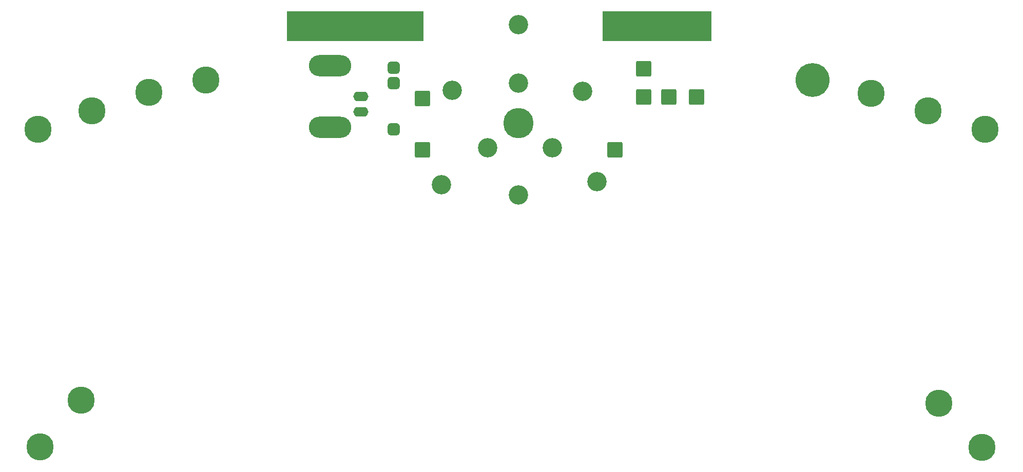
<source format=gbr>
%TF.GenerationSoftware,KiCad,Pcbnew,6.0.2+dfsg-1*%
%TF.CreationDate,2023-02-03T00:30:43+01:00*%
%TF.ProjectId,xOTA,784f5441-2e6b-4696-9361-645f70636258,rev?*%
%TF.SameCoordinates,Original*%
%TF.FileFunction,Soldermask,Bot*%
%TF.FilePolarity,Negative*%
%FSLAX46Y46*%
G04 Gerber Fmt 4.6, Leading zero omitted, Abs format (unit mm)*
G04 Created by KiCad (PCBNEW 6.0.2+dfsg-1) date 2023-02-03 00:30:43*
%MOMM*%
%LPD*%
G01*
G04 APERTURE LIST*
G04 Aperture macros list*
%AMRoundRect*
0 Rectangle with rounded corners*
0 $1 Rounding radius*
0 $2 $3 $4 $5 $6 $7 $8 $9 X,Y pos of 4 corners*
0 Add a 4 corners polygon primitive as box body*
4,1,4,$2,$3,$4,$5,$6,$7,$8,$9,$2,$3,0*
0 Add four circle primitives for the rounded corners*
1,1,$1+$1,$2,$3*
1,1,$1+$1,$4,$5*
1,1,$1+$1,$6,$7*
1,1,$1+$1,$8,$9*
0 Add four rect primitives between the rounded corners*
20,1,$1+$1,$2,$3,$4,$5,0*
20,1,$1+$1,$4,$5,$6,$7,0*
20,1,$1+$1,$6,$7,$8,$9,0*
20,1,$1+$1,$8,$9,$2,$3,0*%
G04 Aperture macros list end*
%ADD10RoundRect,0.249999X-1.025001X-1.025001X1.025001X-1.025001X1.025001X1.025001X-1.025001X1.025001X0*%
%ADD11R,18.000000X5.000000*%
%ADD12C,3.200000*%
%ADD13C,5.000000*%
%ADD14C,3.600000*%
%ADD15C,5.600000*%
%ADD16C,4.500000*%
%ADD17O,2.500000X1.600000*%
%ADD18O,7.000000X3.500000*%
%ADD19RoundRect,0.500000X-0.500000X0.500000X-0.500000X-0.500000X0.500000X-0.500000X0.500000X0.500000X0*%
%ADD20R,22.500000X5.000000*%
G04 APERTURE END LIST*
D10*
%TO.C,*%
X140505400Y-89077800D03*
%TD*%
%TO.C,*%
X140512800Y-84429600D03*
%TD*%
%TO.C,*%
X144703800Y-89103200D03*
%TD*%
D11*
%TO.C,*%
X142748000Y-77470000D03*
%TD*%
D12*
%TO.C,*%
X119900000Y-105300000D03*
%TD*%
%TO.C,*%
X119888000Y-86868000D03*
%TD*%
%TO.C,*%
X114808000Y-97536000D03*
%TD*%
D13*
%TO.C,*%
X119888000Y-93472000D03*
%TD*%
D14*
%TO.C,REF\u002A\u002A*%
X168402000Y-86360000D03*
D15*
X168402000Y-86360000D03*
%TD*%
D16*
%TO.C,H5*%
X40640000Y-94488000D03*
%TD*%
D10*
%TO.C,*%
X135781000Y-97794000D03*
%TD*%
D17*
%TO.C,REF\u002A\u002A*%
X93924800Y-89046000D03*
X93924800Y-91586000D03*
D18*
X88844800Y-94126000D03*
X88844800Y-83966000D03*
%TD*%
D16*
%TO.C,H5*%
X40950000Y-146850000D03*
%TD*%
%TO.C,H5*%
X68326000Y-86360000D03*
%TD*%
D10*
%TO.C,*%
X149301200Y-89103200D03*
%TD*%
D16*
%TO.C,H5*%
X189230000Y-139700000D03*
%TD*%
D12*
%TO.C,*%
X107188000Y-103632000D03*
%TD*%
D16*
%TO.C,H5*%
X49530000Y-91440000D03*
%TD*%
%TO.C,H5*%
X58928000Y-88392000D03*
%TD*%
%TO.C,H5*%
X187470000Y-91360000D03*
%TD*%
D12*
%TO.C,*%
X132842000Y-103124000D03*
%TD*%
D16*
%TO.C,H5*%
X47752000Y-139192000D03*
%TD*%
D12*
%TO.C,*%
X119888000Y-77216000D03*
%TD*%
%TO.C,*%
X108950000Y-88050000D03*
%TD*%
D16*
%TO.C,H5*%
X178030000Y-88540000D03*
%TD*%
%TO.C,H5*%
X196820000Y-94490000D03*
%TD*%
D19*
%TO.C,100pF*%
X99314000Y-86868000D03*
X99314000Y-84328000D03*
X99314000Y-94488000D03*
%TD*%
D10*
%TO.C,*%
X104081000Y-97794000D03*
%TD*%
%TO.C,*%
X104081000Y-89394000D03*
%TD*%
D16*
%TO.C,H5*%
X196300000Y-146900000D03*
%TD*%
D12*
%TO.C,*%
X130500000Y-88200000D03*
%TD*%
%TO.C,*%
X125476000Y-97536000D03*
%TD*%
D11*
%TO.C,J6*%
X142748000Y-77470000D03*
%TD*%
D20*
%TO.C,J6*%
X92964000Y-77470000D03*
%TD*%
M02*

</source>
